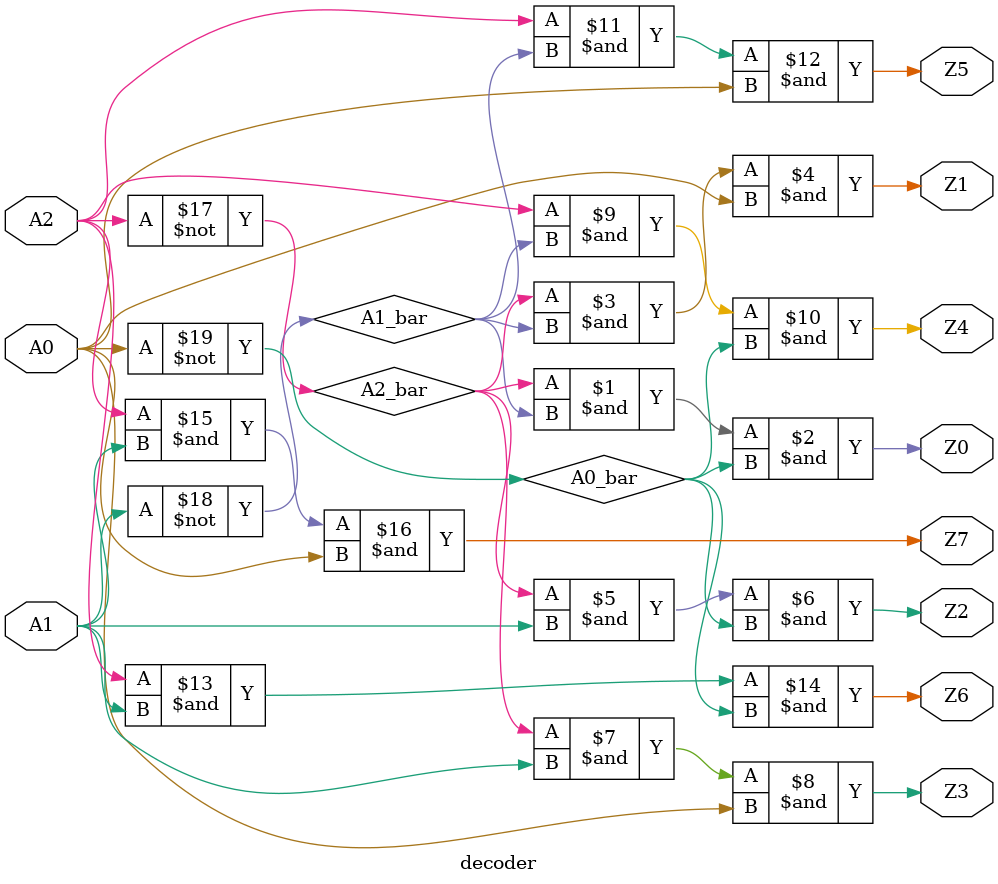
<source format=v>
module decoder (input A2, A1, A0, output Z0, Z1, Z2, Z3, Z4, Z5, Z6, Z7);
	wire A2_bar, A1_bar, A0_bar;
	not U1(A2_bar, A2);
	not U2(A1_bar, A1);
	not U3(A0_bar, A0);
	and U4(Z0, A2_bar, A1_bar, A0_bar);
	and U5(Z1, A2_bar, A1_bar, A0);
	and U6(Z2, A2_bar, A1, A0_bar);
	and U7(Z3, A2_bar, A1, A0);
	and U8(Z4, A2, A1_bar, A0_bar);
	and U9(Z5, A2, A1_bar, A0);
	and U10(Z6, A2, A1, A0_bar);
	and U11(Z7, A2, A1, A0);
endmodule
</source>
